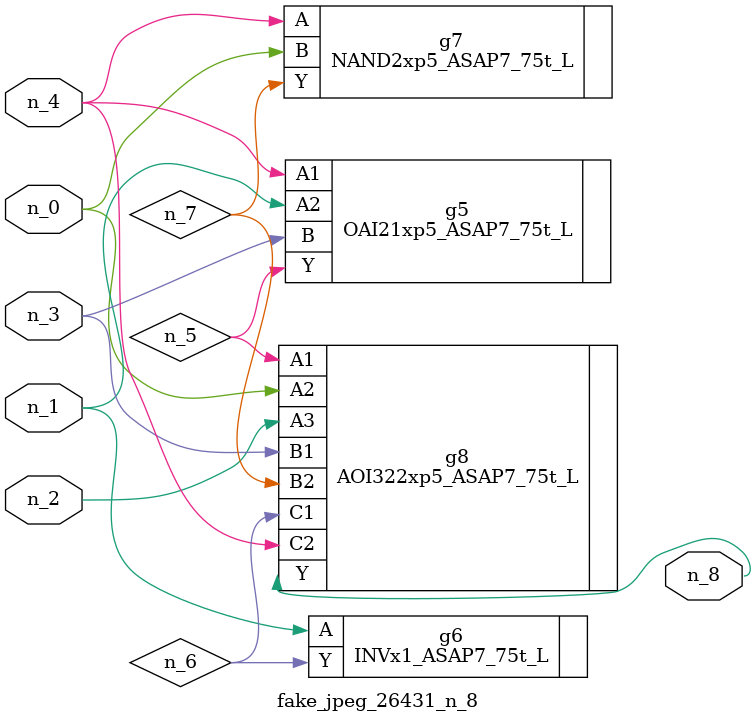
<source format=v>
module fake_jpeg_26431_n_8 (n_3, n_2, n_1, n_0, n_4, n_8);

input n_3;
input n_2;
input n_1;
input n_0;
input n_4;

output n_8;

wire n_6;
wire n_5;
wire n_7;

OAI21xp5_ASAP7_75t_L g5 ( 
.A1(n_4),
.A2(n_1),
.B(n_3),
.Y(n_5)
);

INVx1_ASAP7_75t_L g6 ( 
.A(n_1),
.Y(n_6)
);

NAND2xp5_ASAP7_75t_L g7 ( 
.A(n_4),
.B(n_0),
.Y(n_7)
);

AOI322xp5_ASAP7_75t_L g8 ( 
.A1(n_5),
.A2(n_0),
.A3(n_2),
.B1(n_3),
.B2(n_7),
.C1(n_6),
.C2(n_4),
.Y(n_8)
);


endmodule
</source>
